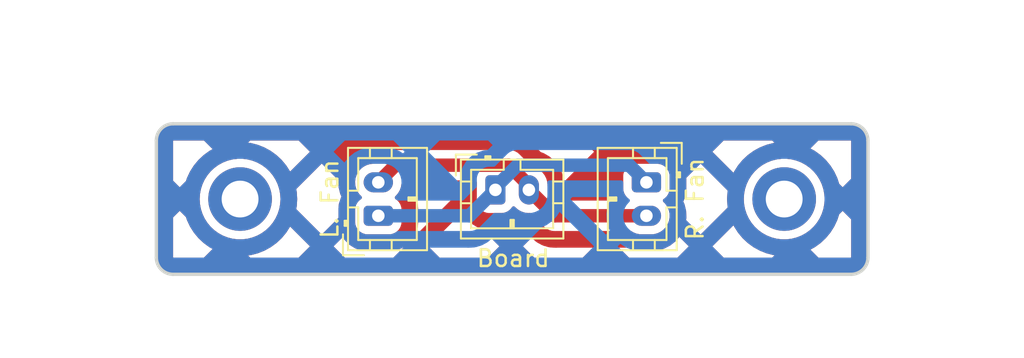
<source format=kicad_pcb>
(kicad_pcb (version 20221018) (generator pcbnew)
  (layers (0 "F.Cu" signal) (31 "B.Cu" signal) (34 "B.Paste" user) (35 "F.Paste" user) (36 "B.SilkS" user "B.Silkscreen") (37 "F.SilkS" user "F.Silkscreen") (38 "B.Mask" user) (39 "F.Mask" user) (44 "Edge.Cuts" user))
  (net 0 "")
  (net 1 "VCC")
  (net 2 "GND")
  (footprint "Connector_JST:JST_PH_B2B-PH-K_1x02_P2.00mm_Vertical" (layer "F.Cu") (at 94.031936 53.0625 90)
    (fp_text reference "L. Fan" (at 1 -2.9 90) (layer "F.SilkS"))
    (fp_text value "FAN1")
    (fp_line (start -2.36 -2.11) (end -2.36 -0.86) (stroke (width 0.12)) (layer "F.SilkS"))
    (fp_line (start -2.06 -1.81) (end -2.06 2.91) (stroke (width 0.12)) (layer "F.SilkS"))
    (fp_line (start -2.06 -0.5) (end -1.45 -0.5) (stroke (width 0.12)) (layer "F.SilkS"))
    (fp_line (start -2.06 0.8) (end -1.45 0.8) (stroke (width 0.12)) (layer "F.SilkS"))
    (fp_line (start -2.06 2.91) (end 4.06 2.91) (stroke (width 0.12)) (layer "F.SilkS"))
    (fp_line (start -1.45 -1.2) (end -1.45 2.3) (stroke (width 0.12)) (layer "F.SilkS"))
    (fp_line (start -1.45 2.3) (end 3.45 2.3) (stroke (width 0.12)) (layer "F.SilkS"))
    (fp_line (start -1.11 -2.11) (end -2.36 -2.11) (stroke (width 0.12)) (layer "F.SilkS"))
    (fp_line (start -0.6 -2.01) (end -0.6 -1.81) (stroke (width 0.12)) (layer "F.SilkS"))
    (fp_line (start -0.3 -2.01) (end -0.6 -2.01) (stroke (width 0.12)) (layer "F.SilkS"))
    (fp_line (start -0.3 -1.91) (end -0.6 -1.91) (stroke (width 0.12)) (layer "F.SilkS"))
    (fp_line (start -0.3 -1.81) (end -0.3 -2.01) (stroke (width 0.12)) (layer "F.SilkS"))
    (fp_line (start 0.5 -1.81) (end 0.5 -1.2) (stroke (width 0.12)) (layer "F.SilkS"))
    (fp_line (start 0.5 -1.2) (end -1.45 -1.2) (stroke (width 0.12)) (layer "F.SilkS"))
    (fp_line (start 0.9 1.8) (end 1.1 1.8) (stroke (width 0.12)) (layer "F.SilkS"))
    (fp_line (start 0.9 2.3) (end 0.9 1.8) (stroke (width 0.12)) (layer "F.SilkS"))
    (fp_line (start 1 2.3) (end 1 1.8) (stroke (width 0.12)) (layer "F.SilkS"))
    (fp_line (start 1.1 1.8) (end 1.1 2.3) (stroke (width 0.12)) (layer "F.SilkS"))
    (fp_line (start 1.5 -1.2) (end 1.5 -1.81) (stroke (width 0.12)) (layer "F.SilkS"))
    (fp_line (start 3.45 -1.2) (end 1.5 -1.2) (stroke (width 0.12)) (layer "F.SilkS"))
    (fp_line (start 3.45 2.3) (end 3.45 -1.2) (stroke (width 0.12)) (layer "F.SilkS"))
    (fp_line (start 4.06 -1.81) (end -2.06 -1.81) (stroke (width 0.12)) (layer "F.SilkS"))
    (fp_line (start 4.06 -0.5) (end 3.45 -0.5) (stroke (width 0.12)) (layer "F.SilkS"))
    (fp_line (start 4.06 0.8) (end 3.45 0.8) (stroke (width 0.12)) (layer "F.SilkS"))
    (fp_line (start 4.06 2.91) (end 4.06 -1.81) (stroke (width 0.12)) (layer "F.SilkS"))
    (pad "1" thru_hole roundrect (at 0 0 90) (size 1.2 1.75) (drill 0.75) (layers "*.Cu" "*.Mask") (roundrect_rratio 0.2083333333) (net 1 "VCC"))
    (pad "2" thru_hole oval (at 2 0 90) (size 1.2 1.75) (drill 0.75) (layers "*.Cu" "*.Mask") (net 2 "GND"))
  )
  (footprint "Connector_JST:JST_PH_B2B-PH-K_1x02_P2.00mm_Vertical" (layer "F.Cu") (at 110.046057 51.0625 -90)
    (fp_text reference "R. Fan" (at 1 -2.9 -90) (layer "F.SilkS"))
    (fp_text value "FAN2")
    (fp_line (start -2.36 -2.11) (end -2.36 -0.86) (stroke (width 0.12)) (layer "F.SilkS"))
    (fp_line (start -2.06 -1.81) (end -2.06 2.91) (stroke (width 0.12)) (layer "F.SilkS"))
    (fp_line (start -2.06 -0.5) (end -1.45 -0.5) (stroke (width 0.12)) (layer "F.SilkS"))
    (fp_line (start -2.06 0.8) (end -1.45 0.8) (stroke (width 0.12)) (layer "F.SilkS"))
    (fp_line (start -2.06 2.91) (end 4.06 2.91) (stroke (width 0.12)) (layer "F.SilkS"))
    (fp_line (start -1.45 -1.2) (end -1.45 2.3) (stroke (width 0.12)) (layer "F.SilkS"))
    (fp_line (start -1.45 2.3) (end 3.45 2.3) (stroke (width 0.12)) (layer "F.SilkS"))
    (fp_line (start -1.11 -2.11) (end -2.36 -2.11) (stroke (width 0.12)) (layer "F.SilkS"))
    (fp_line (start -0.6 -2.01) (end -0.6 -1.81) (stroke (width 0.12)) (layer "F.SilkS"))
    (fp_line (start -0.3 -2.01) (end -0.6 -2.01) (stroke (width 0.12)) (layer "F.SilkS"))
    (fp_line (start -0.3 -1.91) (end -0.6 -1.91) (stroke (width 0.12)) (layer "F.SilkS"))
    (fp_line (start -0.3 -1.81) (end -0.3 -2.01) (stroke (width 0.12)) (layer "F.SilkS"))
    (fp_line (start 0.5 -1.81) (end 0.5 -1.2) (stroke (width 0.12)) (layer "F.SilkS"))
    (fp_line (start 0.5 -1.2) (end -1.45 -1.2) (stroke (width 0.12)) (layer "F.SilkS"))
    (fp_line (start 0.9 1.8) (end 1.1 1.8) (stroke (width 0.12)) (layer "F.SilkS"))
    (fp_line (start 0.9 2.3) (end 0.9 1.8) (stroke (width 0.12)) (layer "F.SilkS"))
    (fp_line (start 1 2.3) (end 1 1.8) (stroke (width 0.12)) (layer "F.SilkS"))
    (fp_line (start 1.1 1.8) (end 1.1 2.3) (stroke (width 0.12)) (layer "F.SilkS"))
    (fp_line (start 1.5 -1.2) (end 1.5 -1.81) (stroke (width 0.12)) (layer "F.SilkS"))
    (fp_line (start 3.45 -1.2) (end 1.5 -1.2) (stroke (width 0.12)) (layer "F.SilkS"))
    (fp_line (start 3.45 2.3) (end 3.45 -1.2) (stroke (width 0.12)) (layer "F.SilkS"))
    (fp_line (start 4.06 -1.81) (end -2.06 -1.81) (stroke (width 0.12)) (layer "F.SilkS"))
    (fp_line (start 4.06 -0.5) (end 3.45 -0.5) (stroke (width 0.12)) (layer "F.SilkS"))
    (fp_line (start 4.06 0.8) (end 3.45 0.8) (stroke (width 0.12)) (layer "F.SilkS"))
    (fp_line (start 4.06 2.91) (end 4.06 -1.81) (stroke (width 0.12)) (layer "F.SilkS"))
    (pad "1" thru_hole roundrect (at 0 0 270) (size 1.2 1.75) (drill 0.75) (layers "*.Cu" "*.Mask") (roundrect_rratio 0.2083333333) (net 1 "VCC"))
    (pad "2" thru_hole oval (at 2 0 270) (size 1.2 1.75) (drill 0.75) (layers "*.Cu" "*.Mask") (net 2 "GND"))
  )
  (footprint "Connector_JST:JST_PH_B2B-PH-K_1x02_P2.00mm_Vertical" (layer "F.Cu") (at 101.025 51.5125)
    (fp_text reference "Board" (at 1.065279 4.097253) (layer "F.SilkS"))
    (fp_text value "Board")
    (fp_line (start -2.36 -2.11) (end -2.36 -0.86) (stroke (width 0.12)) (layer "F.SilkS"))
    (fp_line (start -2.06 -1.81) (end -2.06 2.91) (stroke (width 0.12)) (layer "F.SilkS"))
    (fp_line (start -2.06 -0.5) (end -1.45 -0.5) (stroke (width 0.12)) (layer "F.SilkS"))
    (fp_line (start -2.06 0.8) (end -1.45 0.8) (stroke (width 0.12)) (layer "F.SilkS"))
    (fp_line (start -2.06 2.91) (end 4.06 2.91) (stroke (width 0.12)) (layer "F.SilkS"))
    (fp_line (start -1.45 -1.2) (end -1.45 2.3) (stroke (width 0.12)) (layer "F.SilkS"))
    (fp_line (start -1.45 2.3) (end 3.45 2.3) (stroke (width 0.12)) (layer "F.SilkS"))
    (fp_line (start -1.11 -2.11) (end -2.36 -2.11) (stroke (width 0.12)) (layer "F.SilkS"))
    (fp_line (start -0.6 -2.01) (end -0.6 -1.81) (stroke (width 0.12)) (layer "F.SilkS"))
    (fp_line (start -0.3 -2.01) (end -0.6 -2.01) (stroke (width 0.12)) (layer "F.SilkS"))
    (fp_line (start -0.3 -1.91) (end -0.6 -1.91) (stroke (width 0.12)) (layer "F.SilkS"))
    (fp_line (start -0.3 -1.81) (end -0.3 -2.01) (stroke (width 0.12)) (layer "F.SilkS"))
    (fp_line (start 0.5 -1.81) (end 0.5 -1.2) (stroke (width 0.12)) (layer "F.SilkS"))
    (fp_line (start 0.5 -1.2) (end -1.45 -1.2) (stroke (width 0.12)) (layer "F.SilkS"))
    (fp_line (start 0.9 1.8) (end 1.1 1.8) (stroke (width 0.12)) (layer "F.SilkS"))
    (fp_line (start 0.9 2.3) (end 0.9 1.8) (stroke (width 0.12)) (layer "F.SilkS"))
    (fp_line (start 1 2.3) (end 1 1.8) (stroke (width 0.12)) (layer "F.SilkS"))
    (fp_line (start 1.1 1.8) (end 1.1 2.3) (stroke (width 0.12)) (layer "F.SilkS"))
    (fp_line (start 1.5 -1.2) (end 1.5 -1.81) (stroke (width 0.12)) (layer "F.SilkS"))
    (fp_line (start 3.45 -1.2) (end 1.5 -1.2) (stroke (width 0.12)) (layer "F.SilkS"))
    (fp_line (start 3.45 2.3) (end 3.45 -1.2) (stroke (width 0.12)) (layer "F.SilkS"))
    (fp_line (start 4.06 -1.81) (end -2.06 -1.81) (stroke (width 0.12)) (layer "F.SilkS"))
    (fp_line (start 4.06 -0.5) (end 3.45 -0.5) (stroke (width 0.12)) (layer "F.SilkS"))
    (fp_line (start 4.06 0.8) (end 3.45 0.8) (stroke (width 0.12)) (layer "F.SilkS"))
    (fp_line (start 4.06 2.91) (end 4.06 -1.81) (stroke (width 0.12)) (layer "F.SilkS"))
    (pad "1" thru_hole roundrect (at 0 0) (size 1.2 1.75) (drill 0.75) (layers "*.Cu" "*.Mask") (roundrect_rratio 0.2083333333) (net 1 "VCC"))
    (pad "2" thru_hole oval (at 2 0) (size 1.2 1.75) (drill 0.75) (layers "*.Cu" "*.Mask") (net 2 "GND"))
  )
  (footprint "MountingHole:MountingHole_2.2mm_M2_DIN965_Pad" (layer "F.Cu") (at 118.275 52.0625)
    (fp_text reference "REF**" hide)
    (fp_text value "MountingHole_2.2mm_M2_DIN965_Pad")
    (pad "1" thru_hole circle (at 0 0) (size 3.8 3.8) (drill 2.2) (layers "*.Cu" "*.Mask"))
  )
  (footprint "MountingHole:MountingHole_2.2mm_M2_DIN965_Pad" (layer "F.Cu") (at 85.775 52.0625)
    (fp_text reference "REF**" hide)
    (fp_text value "MountingHole_2.2mm_M2_DIN965_Pad")
    (pad "1" thru_hole circle (at 0 0) (size 3.8 3.8) (drill 2.2) (layers "*.Cu" "*.Mask"))
  )
  (gr_arc (start 122.275 47.5625) (mid 122.982107 47.855393) (end 123.275 48.5625) (stroke (width 0.2)) (layer "Edge.Cuts"))
  (gr_line (start 81.775 47.5625) (end 122.275 47.5625) (stroke (width 0.2)) (layer "Edge.Cuts"))
  (gr_line (start 122.275 56.5625) (end 81.775 56.5625) (stroke (width 0.2)) (layer "Edge.Cuts"))
  (gr_arc (start 81.775 56.5625) (mid 81.067893 56.269607) (end 80.775 55.5625) (stroke (width 0.2)) (layer "Edge.Cuts"))
  (gr_arc (start 123.275 55.5625) (mid 122.982107 56.269607) (end 122.275 56.5625) (stroke (width 0.2)) (layer "Edge.Cuts"))
  (gr_line (start 80.775 55.5625) (end 80.775 48.5625) (stroke (width 0.2)) (layer "Edge.Cuts"))
  (gr_arc (start 80.775 48.5625) (mid 81.067893 47.855393) (end 81.775 47.5625) (stroke (width 0.2)) (layer "Edge.Cuts"))
  (gr_line (start 123.275 48.5625) (end 123.275 55.5625) (stroke (width 0.2)) (layer "Edge.Cuts"))
  (segment (start 94.031936 53.0625) (end 99.475 53.0625) (width 0.8) (layer "B.Cu") (net 1))
  (segment (start 100.877307 51.5125) (end 102.352307 50.0375) (width 0.8) (layer "B.Cu") (net 1))
  (segment (start 109.021057 50.0375) (end 110.046057 51.0625) (width 0.8) (layer "B.Cu") (net 1))
  (segment (start 99.475 53.0625) (end 101.025 51.5125) (width 0.8) (layer "B.Cu") (net 1))
  (segment (start 102.5 50.0375) (end 109.021057 50.0375) (width 0.8) (layer "B.Cu") (net 1))
  (segment (start 103.025 51.5125) (end 103.025 51.2375) (width 0.8) (layer "F.Cu") (net 2))
  (segment (start 110.046057 53.0625) (end 104.575 53.0625) (width 0.8) (layer "F.Cu") (net 2))
  (segment (start 95.056936 50.0375) (end 94.031936 51.0625) (width 0.8) (layer "F.Cu") (net 2))
  (segment (start 104.575 53.0625) (end 103.025 51.5125) (width 0.8) (layer "F.Cu") (net 2))
  (segment (start 101.825 50.0375) (end 95.056936 50.0375) (width 0.8) (layer "F.Cu") (net 2))
  (segment (start 103.025 51.2375) (end 101.825 50.0375) (width 0.8) (layer "F.Cu") (net 2))
  (zone (net 0) (net_name "") (layers "F&B.Cu") (connect_pads (clearance 0.508)) (min_thickness 0.25) (fill yes (mode hatch) (thermal_gap 0.5) (thermal_bridge_width 0.5) (island_removal_mode 1) (island_area_min 10) (hatch_thickness 1) (hatch_gap 3) (hatch_orientation 45) (hatch_border_algorithm hatch_thickness) (hatch_min_hole_area 0.3))
    (polygon (pts (xy 72.983557 40.15625) (xy 72.983557 59.20625) (xy 124.577307 61.5875) (xy 130.133557 52.0625) (xy 129.339807 42.5375)))
  )
)
</source>
